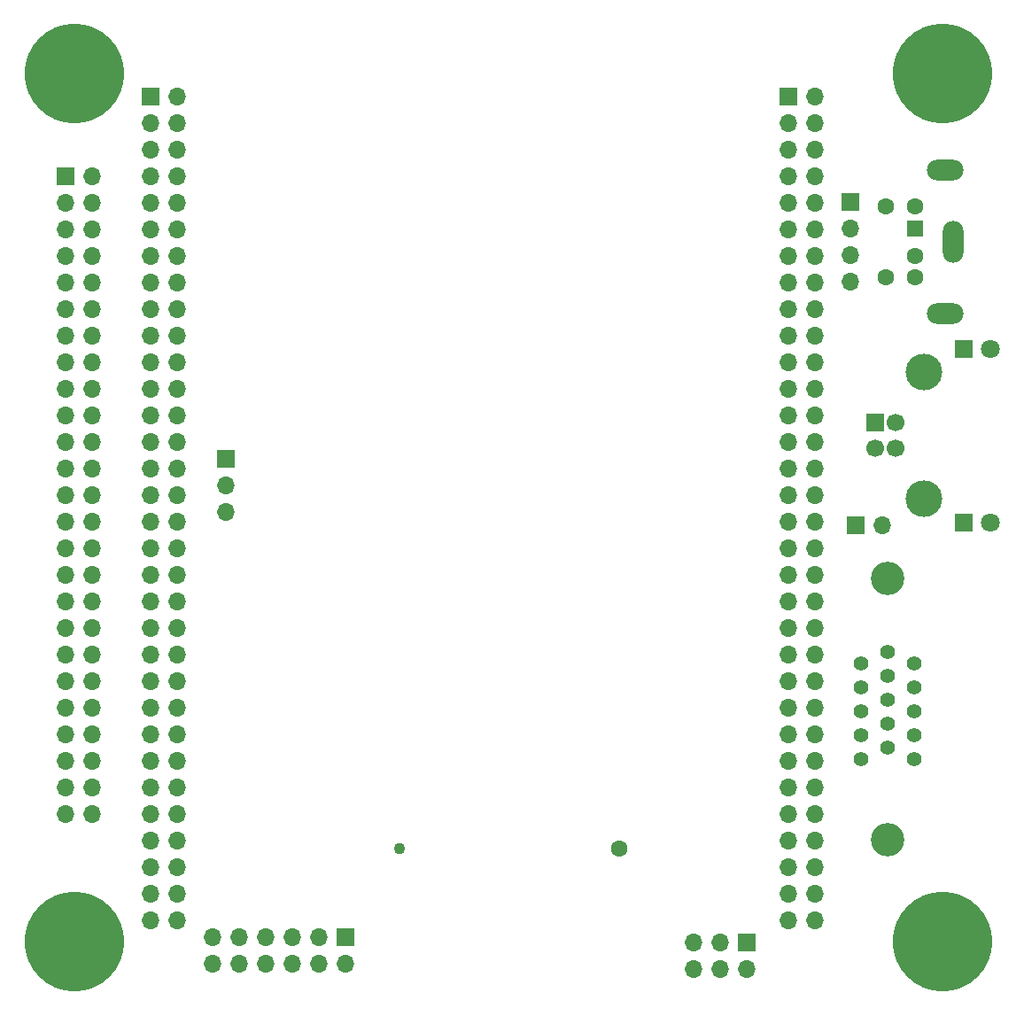
<source format=gbs>
G04 #@! TF.GenerationSoftware,KiCad,Pcbnew,(6.0.1)*
G04 #@! TF.CreationDate,2022-08-21T20:10:10-04:00*
G04 #@! TF.ProjectId,RETRO-65C816,52455452-4f2d-4363-9543-3831362e6b69,3*
G04 #@! TF.SameCoordinates,Original*
G04 #@! TF.FileFunction,Soldermask,Bot*
G04 #@! TF.FilePolarity,Negative*
%FSLAX46Y46*%
G04 Gerber Fmt 4.6, Leading zero omitted, Abs format (unit mm)*
G04 Created by KiCad (PCBNEW (6.0.1)) date 2022-08-21 20:10:10*
%MOMM*%
%LPD*%
G01*
G04 APERTURE LIST*
%ADD10C,9.525000*%
%ADD11R,1.700000X1.700000*%
%ADD12O,1.700000X1.700000*%
%ADD13R,1.600000X1.600000*%
%ADD14C,1.600000*%
%ADD15O,2.000000X4.000000*%
%ADD16O,3.500000X2.000000*%
%ADD17R,1.800000X1.800000*%
%ADD18C,1.800000*%
%ADD19C,1.100000*%
%ADD20C,3.200000*%
%ADD21C,1.397000*%
%ADD22C,1.700000*%
%ADD23C,3.500000*%
G04 APERTURE END LIST*
D10*
X16000000Y-16000000D03*
X99000000Y-16000000D03*
X16000000Y-99000000D03*
X99000000Y-99000000D03*
D11*
X90678000Y-59182000D03*
D12*
X93218000Y-59182000D03*
D11*
X90200000Y-28300000D03*
D12*
X90200000Y-30840000D03*
X90200000Y-33380000D03*
X90200000Y-35920000D03*
D13*
X96400000Y-30800000D03*
D14*
X96400000Y-33400000D03*
X96400000Y-28700000D03*
X96400000Y-35500000D03*
X93600000Y-28700000D03*
X93600000Y-35500000D03*
D15*
X100050000Y-32100000D03*
D16*
X99250000Y-25250000D03*
X99250000Y-38950000D03*
D11*
X84250000Y-18166000D03*
D12*
X86790000Y-18166000D03*
X84250000Y-20706000D03*
X86790000Y-20706000D03*
X84250000Y-23246000D03*
X86790000Y-23246000D03*
X84250000Y-25786000D03*
X86790000Y-25786000D03*
X84250000Y-28326000D03*
X86790000Y-28326000D03*
X84250000Y-30866000D03*
X86790000Y-30866000D03*
X84250000Y-33406000D03*
X86790000Y-33406000D03*
X84250000Y-35946000D03*
X86790000Y-35946000D03*
X84250000Y-38486000D03*
X86790000Y-38486000D03*
X84250000Y-41026000D03*
X86790000Y-41026000D03*
X84250000Y-43566000D03*
X86790000Y-43566000D03*
X84250000Y-46106000D03*
X86790000Y-46106000D03*
X84250000Y-48646000D03*
X86790000Y-48646000D03*
X84250000Y-51186000D03*
X86790000Y-51186000D03*
X84250000Y-53726000D03*
X86790000Y-53726000D03*
X84250000Y-56266000D03*
X86790000Y-56266000D03*
X84250000Y-58806000D03*
X86790000Y-58806000D03*
X84250000Y-61346000D03*
X86790000Y-61346000D03*
X84250000Y-63886000D03*
X86790000Y-63886000D03*
X84250000Y-66426000D03*
X86790000Y-66426000D03*
X84250000Y-68966000D03*
X86790000Y-68966000D03*
X84250000Y-71506000D03*
X86790000Y-71506000D03*
X84250000Y-74046000D03*
X86790000Y-74046000D03*
X84250000Y-76586000D03*
X86790000Y-76586000D03*
X84250000Y-79126000D03*
X86790000Y-79126000D03*
X84250000Y-81666000D03*
X86790000Y-81666000D03*
X84250000Y-84206000D03*
X86790000Y-84206000D03*
X84250000Y-86746000D03*
X86790000Y-86746000D03*
X84250000Y-89286000D03*
X86790000Y-89286000D03*
X84250000Y-91826000D03*
X86790000Y-91826000D03*
X84250000Y-94366000D03*
X86790000Y-94366000D03*
X84250000Y-96906000D03*
X86790000Y-96906000D03*
D11*
X23310000Y-18166000D03*
D12*
X25850000Y-18166000D03*
X23310000Y-20706000D03*
X25850000Y-20706000D03*
X23310000Y-23246000D03*
X25850000Y-23246000D03*
X23310000Y-25786000D03*
X25850000Y-25786000D03*
X23310000Y-28326000D03*
X25850000Y-28326000D03*
X23310000Y-30866000D03*
X25850000Y-30866000D03*
X23310000Y-33406000D03*
X25850000Y-33406000D03*
X23310000Y-35946000D03*
X25850000Y-35946000D03*
X23310000Y-38486000D03*
X25850000Y-38486000D03*
X23310000Y-41026000D03*
X25850000Y-41026000D03*
X23310000Y-43566000D03*
X25850000Y-43566000D03*
X23310000Y-46106000D03*
X25850000Y-46106000D03*
X23310000Y-48646000D03*
X25850000Y-48646000D03*
X23310000Y-51186000D03*
X25850000Y-51186000D03*
X23310000Y-53726000D03*
X25850000Y-53726000D03*
X23310000Y-56266000D03*
X25850000Y-56266000D03*
X23310000Y-58806000D03*
X25850000Y-58806000D03*
X23310000Y-61346000D03*
X25850000Y-61346000D03*
X23310000Y-63886000D03*
X25850000Y-63886000D03*
X23310000Y-66426000D03*
X25850000Y-66426000D03*
X23310000Y-68966000D03*
X25850000Y-68966000D03*
X23310000Y-71506000D03*
X25850000Y-71506000D03*
X23310000Y-74046000D03*
X25850000Y-74046000D03*
X23310000Y-76586000D03*
X25850000Y-76586000D03*
X23310000Y-79126000D03*
X25850000Y-79126000D03*
X23310000Y-81666000D03*
X25850000Y-81666000D03*
X23310000Y-84206000D03*
X25850000Y-84206000D03*
X23310000Y-86746000D03*
X25850000Y-86746000D03*
X23310000Y-89286000D03*
X25850000Y-89286000D03*
X23310000Y-91826000D03*
X25850000Y-91826000D03*
X23310000Y-94366000D03*
X25850000Y-94366000D03*
X23310000Y-96906000D03*
X25850000Y-96906000D03*
D17*
X101015800Y-42291000D03*
D18*
X103555800Y-42291000D03*
D19*
X47079000Y-90043000D03*
D14*
X68079000Y-90043000D03*
D11*
X15140000Y-25800000D03*
D12*
X17680000Y-25800000D03*
X15140000Y-28340000D03*
X17680000Y-28340000D03*
X15140000Y-30880000D03*
X17680000Y-30880000D03*
X15140000Y-33420000D03*
X17680000Y-33420000D03*
X15140000Y-35960000D03*
X17680000Y-35960000D03*
X15140000Y-38500000D03*
X17680000Y-38500000D03*
X15140000Y-41040000D03*
X17680000Y-41040000D03*
X15140000Y-43580000D03*
X17680000Y-43580000D03*
X15140000Y-46120000D03*
X17680000Y-46120000D03*
X15140000Y-48660000D03*
X17680000Y-48660000D03*
X15140000Y-51200000D03*
X17680000Y-51200000D03*
X15140000Y-53740000D03*
X17680000Y-53740000D03*
X15140000Y-56280000D03*
X17680000Y-56280000D03*
X15140000Y-58820000D03*
X17680000Y-58820000D03*
X15140000Y-61360000D03*
X17680000Y-61360000D03*
X15140000Y-63900000D03*
X17680000Y-63900000D03*
X15140000Y-66440000D03*
X17680000Y-66440000D03*
X15140000Y-68980000D03*
X17680000Y-68980000D03*
X15140000Y-71520000D03*
X17680000Y-71520000D03*
X15140000Y-74060000D03*
X17680000Y-74060000D03*
X15140000Y-76600000D03*
X17680000Y-76600000D03*
X15140000Y-79140000D03*
X17680000Y-79140000D03*
X15140000Y-81680000D03*
X17680000Y-81680000D03*
X15140000Y-84220000D03*
X17680000Y-84220000D03*
X15140000Y-86760000D03*
X17680000Y-86760000D03*
D11*
X30480000Y-52832000D03*
D12*
X30480000Y-55372000D03*
X30480000Y-57912000D03*
D11*
X41910000Y-98552000D03*
D12*
X41910000Y-101092000D03*
X39370000Y-98552000D03*
X39370000Y-101092000D03*
X36830000Y-98552000D03*
X36830000Y-101092000D03*
X34290000Y-98552000D03*
X34290000Y-101092000D03*
X31750000Y-98552000D03*
X31750000Y-101092000D03*
X29210000Y-98552000D03*
X29210000Y-101092000D03*
D20*
X93779340Y-64213740D03*
X93779340Y-89202260D03*
D21*
X91239340Y-72397620D03*
X91239340Y-74688700D03*
X91239340Y-76974700D03*
X91239340Y-79268320D03*
X91239340Y-81556860D03*
X93779340Y-71252080D03*
X93779340Y-73543160D03*
X93779340Y-75834240D03*
X93779340Y-78122780D03*
X93779340Y-80413860D03*
X96319340Y-72397620D03*
X96319340Y-74688700D03*
X96316800Y-76977240D03*
X96319340Y-79268320D03*
X96319340Y-81556860D03*
D11*
X80249000Y-99055000D03*
D12*
X80249000Y-101595000D03*
X77709000Y-99055000D03*
X77709000Y-101595000D03*
X75169000Y-99055000D03*
X75169000Y-101595000D03*
D11*
X92532200Y-49326800D03*
D22*
X92532200Y-51826800D03*
X94532200Y-51826800D03*
X94532200Y-49326800D03*
D23*
X97242200Y-56596800D03*
X97242200Y-44556800D03*
D17*
X100990400Y-58953400D03*
D18*
X103530400Y-58953400D03*
M02*

</source>
